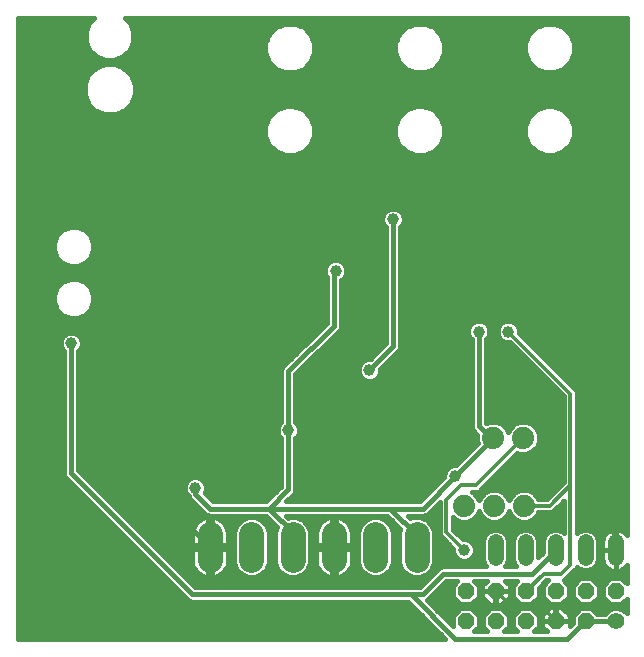
<source format=gbl>
G75*
%MOIN*%
%OFA0B0*%
%FSLAX24Y24*%
%IPPOS*%
%LPD*%
%AMOC8*
5,1,8,0,0,1.08239X$1,22.5*
%
%ADD10C,0.0740*%
%ADD11C,0.0520*%
%ADD12C,0.0560*%
%ADD13OC8,0.0560*%
%ADD14C,0.0840*%
%ADD15C,0.0396*%
%ADD16C,0.0120*%
%ADD17C,0.0160*%
D10*
X015559Y005463D03*
X016559Y005463D03*
X017559Y005463D03*
X017528Y007727D03*
X016528Y007727D03*
D11*
X016610Y004247D02*
X016610Y003727D01*
X017610Y003727D02*
X017610Y004247D01*
X018610Y004247D02*
X018610Y003727D01*
X019610Y003727D02*
X019610Y004247D01*
X020610Y004247D02*
X020610Y003727D01*
D12*
X020618Y001617D03*
D13*
X020618Y002617D03*
X019618Y002617D03*
X018618Y002617D03*
X017618Y002617D03*
X016618Y002617D03*
X015618Y002617D03*
X015618Y001617D03*
X016618Y001617D03*
X017618Y001617D03*
X018618Y001617D03*
X019618Y001617D03*
D14*
X013984Y003665D02*
X013984Y004505D01*
X012606Y004505D02*
X012606Y003665D01*
X011228Y003665D02*
X011228Y004505D01*
X009850Y004505D02*
X009850Y003665D01*
X008472Y003665D02*
X008472Y004505D01*
X007094Y004505D02*
X007094Y003665D01*
D15*
X006602Y006054D03*
X005815Y007432D03*
X006996Y009302D03*
X004929Y011369D03*
X004929Y013239D03*
X006356Y013239D03*
X007734Y013239D03*
X009112Y013239D03*
X010490Y013239D03*
X011278Y013288D03*
X010146Y011270D03*
X010638Y010089D03*
X012409Y009991D03*
X013787Y009892D03*
X013787Y008514D03*
X012508Y008514D03*
X015264Y006447D03*
X015559Y003987D03*
X019496Y006940D03*
X020382Y005955D03*
X020382Y008416D03*
X017035Y011270D03*
X016051Y011270D03*
X014575Y011664D03*
X013197Y015010D03*
X011524Y018357D03*
X011425Y021310D03*
X015756Y021310D03*
X015854Y018357D03*
X020185Y018357D03*
X018807Y013239D03*
X009703Y007973D03*
X003551Y007038D03*
X001484Y007038D03*
X002469Y010877D03*
X001386Y013239D03*
X006602Y015207D03*
X006602Y018357D03*
X006898Y020621D03*
D16*
X006356Y013239D02*
X004929Y013239D01*
X006356Y013239D02*
X007734Y013239D01*
X009112Y013239D01*
X010490Y013239D01*
X017035Y011270D02*
X019102Y009203D01*
X019102Y006152D01*
X018413Y005463D01*
X017559Y005463D01*
X019102Y006152D02*
X019102Y003495D01*
X018807Y003199D01*
X018217Y003199D01*
X017634Y002617D01*
X017618Y002617D01*
X017134Y002117D02*
X016634Y002617D01*
X016618Y002617D01*
X017134Y002117D02*
X018118Y002117D01*
X018618Y001617D01*
X015559Y003987D02*
X014969Y004577D01*
X014969Y005660D01*
X015461Y006152D01*
X015953Y006152D01*
X017528Y007727D01*
D17*
X000685Y001022D02*
X000685Y021715D01*
X003226Y021715D01*
X003074Y021563D01*
X002953Y021271D01*
X002953Y020955D01*
X003074Y020662D01*
X003298Y020439D01*
X003590Y020318D01*
X003906Y020318D01*
X004198Y020439D01*
X004422Y020662D01*
X004543Y020955D01*
X004543Y021271D01*
X004422Y021563D01*
X004270Y021715D01*
X020985Y021715D01*
X020985Y004480D01*
X020946Y004533D01*
X020897Y004582D01*
X020841Y004623D01*
X020779Y004655D01*
X020713Y004676D01*
X020645Y004687D01*
X020610Y004687D01*
X020576Y004687D01*
X020507Y004676D01*
X020441Y004655D01*
X020380Y004623D01*
X020324Y004582D01*
X020275Y004533D01*
X020234Y004477D01*
X020202Y004416D01*
X020181Y004350D01*
X020170Y004281D01*
X020170Y003987D01*
X020610Y003987D01*
X020610Y004687D01*
X020610Y003987D01*
X020610Y003987D01*
X020610Y003987D01*
X020170Y003987D01*
X020170Y003692D01*
X020181Y003624D01*
X020202Y003558D01*
X020234Y003496D01*
X020275Y003440D01*
X020324Y003391D01*
X020380Y003350D01*
X020441Y003319D01*
X020507Y003298D01*
X020576Y003287D01*
X020610Y003287D01*
X020610Y003987D01*
X020628Y004004D01*
X020628Y004479D01*
X019496Y005611D01*
X019496Y006940D01*
X019322Y006882D02*
X020985Y006882D01*
X020985Y007040D02*
X019322Y007040D01*
X019322Y007199D02*
X020985Y007199D01*
X020985Y007357D02*
X019322Y007357D01*
X019322Y007516D02*
X020985Y007516D01*
X020985Y007674D02*
X019322Y007674D01*
X019322Y007833D02*
X020985Y007833D01*
X020985Y007991D02*
X019322Y007991D01*
X019322Y008150D02*
X020985Y008150D01*
X020985Y008308D02*
X019322Y008308D01*
X019322Y008467D02*
X020985Y008467D01*
X020985Y008625D02*
X019322Y008625D01*
X019322Y008784D02*
X020985Y008784D01*
X020985Y008942D02*
X019322Y008942D01*
X019322Y009101D02*
X020985Y009101D01*
X020985Y009259D02*
X019322Y009259D01*
X019322Y009294D02*
X019193Y009423D01*
X017394Y011223D01*
X017394Y011341D01*
X017339Y011473D01*
X017238Y011574D01*
X017107Y011628D01*
X016964Y011628D01*
X016833Y011574D01*
X016732Y011473D01*
X016677Y011341D01*
X016677Y011199D01*
X016732Y011067D01*
X016833Y010967D01*
X016964Y010912D01*
X017082Y010912D01*
X018882Y009112D01*
X018882Y006243D01*
X018322Y005683D01*
X018042Y005683D01*
X018008Y005763D01*
X017859Y005912D01*
X017664Y005993D01*
X017454Y005993D01*
X017259Y005912D01*
X017110Y005763D01*
X017059Y005641D01*
X017008Y005763D01*
X016859Y005912D01*
X016664Y005993D01*
X016454Y005993D01*
X016259Y005912D01*
X016110Y005763D01*
X016059Y005641D01*
X016008Y005763D01*
X015859Y005912D01*
X015812Y005932D01*
X016044Y005932D01*
X016173Y006061D01*
X017342Y007230D01*
X017422Y007197D01*
X017633Y007197D01*
X017828Y007278D01*
X017977Y007427D01*
X018058Y007621D01*
X018058Y007832D01*
X017977Y008027D01*
X017828Y008176D01*
X017633Y008257D01*
X017422Y008257D01*
X017227Y008176D01*
X017078Y008027D01*
X017028Y007905D01*
X016977Y008027D01*
X016828Y008176D01*
X016633Y008257D01*
X016422Y008257D01*
X016303Y008208D01*
X016291Y008220D01*
X016291Y011004D01*
X016355Y011067D01*
X016409Y011199D01*
X016409Y011341D01*
X016355Y011473D01*
X016254Y011574D01*
X016122Y011628D01*
X015980Y011628D01*
X015848Y011574D01*
X015748Y011473D01*
X015693Y011341D01*
X015693Y011199D01*
X015748Y011067D01*
X015811Y011004D01*
X015811Y008073D01*
X015848Y007985D01*
X015998Y007834D01*
X015998Y007832D01*
X015998Y007621D01*
X016027Y007550D01*
X015282Y006805D01*
X015193Y006805D01*
X015061Y006751D01*
X014960Y006650D01*
X014906Y006519D01*
X014906Y006429D01*
X014082Y005605D01*
X009642Y005605D01*
X009839Y005801D01*
X009906Y005869D01*
X009943Y005957D01*
X009943Y007707D01*
X010006Y007770D01*
X010061Y007902D01*
X010061Y008044D01*
X010006Y008176D01*
X009943Y008239D01*
X009943Y009842D01*
X011432Y011331D01*
X011468Y011419D01*
X011468Y012979D01*
X011480Y012984D01*
X011581Y013085D01*
X011636Y013217D01*
X011636Y013359D01*
X011581Y013491D01*
X011480Y013592D01*
X011349Y013646D01*
X011206Y013646D01*
X011075Y013592D01*
X010974Y013491D01*
X010919Y013359D01*
X010919Y013217D01*
X010974Y013085D01*
X010988Y013071D01*
X010988Y011566D01*
X009567Y010145D01*
X009499Y010077D01*
X009463Y009989D01*
X009463Y008239D01*
X009399Y008176D01*
X009345Y008044D01*
X009345Y007902D01*
X009399Y007770D01*
X009463Y007707D01*
X009463Y006104D01*
X008964Y005605D01*
X007194Y005605D01*
X006918Y005880D01*
X006960Y005982D01*
X006960Y006125D01*
X006906Y006257D01*
X006805Y006357D01*
X006674Y006412D01*
X006531Y006412D01*
X006400Y006357D01*
X006299Y006257D01*
X006244Y006125D01*
X006244Y005982D01*
X006299Y005851D01*
X006378Y005772D01*
X006399Y005721D01*
X006891Y005229D01*
X006959Y005161D01*
X007047Y005125D01*
X008964Y005125D01*
X009328Y004760D01*
X009270Y004621D01*
X009270Y003550D01*
X009359Y003337D01*
X009522Y003173D01*
X009735Y003085D01*
X009966Y003085D01*
X010179Y003173D01*
X010342Y003337D01*
X010430Y003550D01*
X010430Y004621D01*
X010342Y004834D01*
X010179Y004997D01*
X009966Y005085D01*
X009735Y005085D01*
X009697Y005070D01*
X009642Y005125D01*
X012999Y005125D01*
X013433Y004690D01*
X013404Y004621D01*
X013404Y003550D01*
X013493Y003337D01*
X013656Y003173D01*
X013869Y003085D01*
X014100Y003085D01*
X014313Y003173D01*
X014476Y003337D01*
X014564Y003550D01*
X014564Y004621D01*
X014476Y004834D01*
X014313Y004997D01*
X014100Y005085D01*
X013869Y005085D01*
X013762Y005041D01*
X013678Y005125D01*
X014229Y005125D01*
X014317Y005161D01*
X014749Y005593D01*
X014749Y004486D01*
X015201Y004034D01*
X015201Y003916D01*
X015255Y003784D01*
X015356Y003683D01*
X015488Y003629D01*
X015630Y003629D01*
X015762Y003683D01*
X015863Y003784D01*
X015917Y003916D01*
X015917Y004058D01*
X015863Y004190D01*
X015762Y004290D01*
X015630Y004345D01*
X015512Y004345D01*
X015189Y004668D01*
X015189Y005084D01*
X015259Y005014D01*
X015454Y004933D01*
X015664Y004933D01*
X015859Y005014D01*
X016008Y005163D01*
X016059Y005285D01*
X016110Y005163D01*
X016259Y005014D01*
X016454Y004933D01*
X016664Y004933D01*
X016859Y005014D01*
X017008Y005163D01*
X017059Y005285D01*
X017110Y005163D01*
X017259Y005014D01*
X017454Y004933D01*
X017664Y004933D01*
X017859Y005014D01*
X018008Y005163D01*
X018042Y005243D01*
X018505Y005243D01*
X018882Y005621D01*
X018882Y004569D01*
X018848Y004603D01*
X018694Y004667D01*
X018527Y004667D01*
X018372Y004603D01*
X018254Y004485D01*
X018190Y004330D01*
X018190Y003906D01*
X018030Y003746D01*
X018030Y004330D01*
X017966Y004485D01*
X017848Y004603D01*
X017694Y004667D01*
X017527Y004667D01*
X017372Y004603D01*
X017254Y004485D01*
X017190Y004330D01*
X017190Y003643D01*
X017254Y003489D01*
X017304Y003439D01*
X016917Y003439D01*
X016966Y003489D01*
X017030Y003643D01*
X017030Y004330D01*
X016966Y004485D01*
X016848Y004603D01*
X016694Y004667D01*
X016527Y004667D01*
X016372Y004603D01*
X016254Y004485D01*
X016190Y004330D01*
X016190Y003643D01*
X016254Y003489D01*
X016304Y003439D01*
X014822Y003439D01*
X014734Y003403D01*
X014667Y003335D01*
X014082Y002750D01*
X006603Y002750D01*
X002709Y006645D01*
X002709Y010610D01*
X002772Y010674D01*
X002827Y010805D01*
X002827Y010948D01*
X002772Y011079D01*
X002671Y011180D01*
X002540Y011235D01*
X002397Y011235D01*
X002266Y011180D01*
X002165Y011079D01*
X002110Y010948D01*
X002110Y010805D01*
X002165Y010674D01*
X002229Y010610D01*
X002229Y006498D01*
X002265Y006410D01*
X002333Y006342D01*
X006368Y002307D01*
X006456Y002270D01*
X013688Y002270D01*
X014936Y001022D01*
X000685Y001022D01*
X000685Y001176D02*
X014782Y001176D01*
X014624Y001334D02*
X000685Y001334D01*
X000685Y001493D02*
X014465Y001493D01*
X014307Y001651D02*
X000685Y001651D01*
X000685Y001810D02*
X014148Y001810D01*
X013990Y001968D02*
X000685Y001968D01*
X000685Y002127D02*
X013831Y002127D01*
X013787Y002510D02*
X015264Y001034D01*
X019004Y001034D01*
X019587Y001617D01*
X019618Y001617D01*
X020618Y001617D01*
X020348Y001968D02*
X019889Y001968D01*
X019800Y002057D02*
X019436Y002057D01*
X019178Y001799D01*
X019178Y001548D01*
X019078Y001448D01*
X019078Y001607D01*
X018628Y001607D01*
X018628Y001627D01*
X018608Y001627D01*
X018608Y002077D01*
X018428Y002077D01*
X018158Y001807D01*
X018158Y001627D01*
X018608Y001627D01*
X018608Y001607D01*
X018158Y001607D01*
X018158Y001426D01*
X018310Y001274D01*
X017898Y001274D01*
X018058Y001434D01*
X018058Y001799D01*
X017800Y002057D01*
X017436Y002057D01*
X017178Y001799D01*
X017178Y001434D01*
X017339Y001274D01*
X016898Y001274D01*
X017058Y001434D01*
X017058Y001799D01*
X016800Y002057D01*
X016436Y002057D01*
X016178Y001799D01*
X016178Y001434D01*
X016339Y001274D01*
X015898Y001274D01*
X016058Y001434D01*
X016058Y001799D01*
X015800Y002057D01*
X015436Y002057D01*
X015178Y001799D01*
X015178Y001459D01*
X014324Y002314D01*
X014385Y002374D01*
X014969Y002959D01*
X015339Y002959D01*
X015178Y002799D01*
X015178Y002434D01*
X015436Y002177D01*
X015800Y002177D01*
X016058Y002434D01*
X016058Y002799D01*
X015898Y002959D01*
X016310Y002959D01*
X016158Y002807D01*
X016158Y002627D01*
X016608Y002627D01*
X016608Y002607D01*
X016158Y002607D01*
X016158Y002426D01*
X016428Y002157D01*
X016608Y002157D01*
X016608Y002607D01*
X016628Y002607D01*
X016628Y002627D01*
X017078Y002627D01*
X017078Y002807D01*
X016926Y002959D01*
X017339Y002959D01*
X017178Y002799D01*
X017178Y002434D01*
X017436Y002177D01*
X017800Y002177D01*
X018058Y002434D01*
X018058Y002730D01*
X018308Y002979D01*
X018359Y002979D01*
X018178Y002799D01*
X018178Y002434D01*
X018436Y002177D01*
X018800Y002177D01*
X019058Y002434D01*
X019058Y002799D01*
X018878Y002979D01*
X018898Y002979D01*
X019193Y003275D01*
X019193Y003275D01*
X019322Y003403D01*
X019322Y003421D01*
X019372Y003371D01*
X019527Y003307D01*
X019694Y003307D01*
X019848Y003371D01*
X019966Y003489D01*
X020030Y003643D01*
X020030Y004330D01*
X019966Y004485D01*
X019848Y004603D01*
X019694Y004667D01*
X019527Y004667D01*
X019372Y004603D01*
X019322Y004553D01*
X019322Y009294D01*
X019199Y009418D02*
X020985Y009418D01*
X020985Y009576D02*
X019040Y009576D01*
X018882Y009735D02*
X020985Y009735D01*
X020985Y009893D02*
X018723Y009893D01*
X018565Y010052D02*
X020985Y010052D01*
X020985Y010210D02*
X018406Y010210D01*
X018248Y010369D02*
X020985Y010369D01*
X020985Y010527D02*
X018089Y010527D01*
X017931Y010686D02*
X020985Y010686D01*
X020985Y010844D02*
X017772Y010844D01*
X017614Y011003D02*
X020985Y011003D01*
X020985Y011161D02*
X017455Y011161D01*
X017394Y011320D02*
X020985Y011320D01*
X020985Y011478D02*
X017334Y011478D01*
X016737Y011478D02*
X016349Y011478D01*
X016409Y011320D02*
X016677Y011320D01*
X016693Y011161D02*
X016394Y011161D01*
X016291Y011003D02*
X016796Y011003D01*
X017150Y010844D02*
X016291Y010844D01*
X016291Y010686D02*
X017309Y010686D01*
X017467Y010527D02*
X016291Y010527D01*
X016291Y010369D02*
X017626Y010369D01*
X017784Y010210D02*
X016291Y010210D01*
X016291Y010052D02*
X017943Y010052D01*
X018101Y009893D02*
X016291Y009893D01*
X016291Y009735D02*
X018260Y009735D01*
X018418Y009576D02*
X016291Y009576D01*
X016291Y009418D02*
X018577Y009418D01*
X018735Y009259D02*
X016291Y009259D01*
X016291Y009101D02*
X018882Y009101D01*
X018882Y008942D02*
X016291Y008942D01*
X016291Y008784D02*
X018882Y008784D01*
X018882Y008625D02*
X016291Y008625D01*
X016291Y008467D02*
X018882Y008467D01*
X018882Y008308D02*
X016291Y008308D01*
X016051Y008121D02*
X016445Y007727D01*
X016528Y007727D01*
X016528Y007711D01*
X015264Y006447D01*
X014181Y005365D01*
X013098Y005365D01*
X013984Y004479D01*
X013984Y004085D01*
X013404Y004029D02*
X013186Y004029D01*
X013186Y004187D02*
X013404Y004187D01*
X013404Y004346D02*
X013186Y004346D01*
X013186Y004504D02*
X013404Y004504D01*
X013422Y004663D02*
X013169Y004663D01*
X013186Y004621D02*
X013098Y004834D01*
X012935Y004997D01*
X012722Y005085D01*
X012491Y005085D01*
X012278Y004997D01*
X012115Y004834D01*
X012026Y004621D01*
X012026Y003550D01*
X012115Y003337D01*
X012278Y003173D01*
X012491Y003085D01*
X012722Y003085D01*
X012935Y003173D01*
X013098Y003337D01*
X013186Y003550D01*
X013186Y004621D01*
X013103Y004821D02*
X013302Y004821D01*
X013144Y004980D02*
X012952Y004980D01*
X013098Y005365D02*
X009063Y005365D01*
X009703Y006004D01*
X009703Y007973D01*
X009703Y009941D01*
X011228Y011467D01*
X011228Y013239D01*
X011278Y013288D01*
X011533Y013539D02*
X012957Y013539D01*
X012957Y013697D02*
X003069Y013697D01*
X003104Y013733D02*
X003204Y013974D01*
X003204Y014236D01*
X003104Y014477D01*
X002919Y014662D01*
X002678Y014762D01*
X002417Y014762D01*
X002175Y014662D01*
X001990Y014477D01*
X001890Y014236D01*
X001890Y013974D01*
X001990Y013733D01*
X002175Y013548D01*
X002417Y013448D01*
X002678Y013448D01*
X002919Y013548D01*
X003104Y013733D01*
X003155Y013856D02*
X012957Y013856D01*
X012957Y014014D02*
X003204Y014014D01*
X003204Y014173D02*
X012957Y014173D01*
X012957Y014331D02*
X003165Y014331D01*
X003092Y014490D02*
X012957Y014490D01*
X012957Y014648D02*
X002933Y014648D01*
X002161Y014648D02*
X000685Y014648D01*
X000685Y014490D02*
X002003Y014490D01*
X001930Y014331D02*
X000685Y014331D01*
X000685Y014173D02*
X001890Y014173D01*
X001890Y014014D02*
X000685Y014014D01*
X000685Y013856D02*
X001939Y013856D01*
X002025Y013697D02*
X000685Y013697D01*
X000685Y013539D02*
X002196Y013539D01*
X002417Y013030D02*
X002175Y012930D01*
X001990Y012745D01*
X001890Y012503D01*
X001890Y012242D01*
X001990Y012000D01*
X002175Y011815D01*
X002417Y011715D01*
X002678Y011715D01*
X002919Y011815D01*
X003104Y012000D01*
X003204Y012242D01*
X003204Y012503D01*
X003104Y012745D01*
X002919Y012930D01*
X002678Y013030D01*
X002417Y013030D01*
X002150Y012905D02*
X000685Y012905D01*
X000685Y013063D02*
X010988Y013063D01*
X010988Y012905D02*
X002944Y012905D01*
X003103Y012746D02*
X010988Y012746D01*
X010988Y012588D02*
X003169Y012588D01*
X003204Y012429D02*
X010988Y012429D01*
X010988Y012271D02*
X003204Y012271D01*
X003151Y012112D02*
X010988Y012112D01*
X010988Y011954D02*
X003058Y011954D01*
X002871Y011795D02*
X010988Y011795D01*
X010988Y011637D02*
X000685Y011637D01*
X000685Y011795D02*
X002223Y011795D01*
X002037Y011954D02*
X000685Y011954D01*
X000685Y012112D02*
X001944Y012112D01*
X001890Y012271D02*
X000685Y012271D01*
X000685Y012429D02*
X001890Y012429D01*
X001925Y012588D02*
X000685Y012588D01*
X000685Y012746D02*
X001992Y012746D01*
X002898Y013539D02*
X011022Y013539D01*
X010928Y013380D02*
X000685Y013380D01*
X000685Y013222D02*
X010919Y013222D01*
X011468Y012905D02*
X012957Y012905D01*
X012957Y013063D02*
X011559Y013063D01*
X011636Y013222D02*
X012957Y013222D01*
X012957Y013380D02*
X011627Y013380D01*
X011468Y012746D02*
X012957Y012746D01*
X012957Y012588D02*
X011468Y012588D01*
X011468Y012429D02*
X012957Y012429D01*
X012957Y012271D02*
X011468Y012271D01*
X011468Y012112D02*
X012957Y012112D01*
X012957Y011954D02*
X011468Y011954D01*
X011468Y011795D02*
X012957Y011795D01*
X012957Y011637D02*
X011468Y011637D01*
X011468Y011478D02*
X012957Y011478D01*
X012957Y011320D02*
X011421Y011320D01*
X011262Y011161D02*
X012957Y011161D01*
X012957Y011003D02*
X011104Y011003D01*
X010945Y010844D02*
X012924Y010844D01*
X012957Y010877D02*
X012428Y010349D01*
X012338Y010349D01*
X012207Y010294D01*
X012106Y010194D01*
X012051Y010062D01*
X012051Y009919D01*
X012106Y009788D01*
X012207Y009687D01*
X012338Y009633D01*
X012481Y009633D01*
X012612Y009687D01*
X012713Y009788D01*
X012768Y009919D01*
X012768Y010009D01*
X013333Y010575D01*
X013400Y010642D01*
X013437Y010730D01*
X013437Y014744D01*
X013500Y014808D01*
X013555Y014939D01*
X013555Y015082D01*
X013500Y015213D01*
X013400Y015314D01*
X013268Y015368D01*
X013126Y015368D01*
X012994Y015314D01*
X012893Y015213D01*
X012839Y015082D01*
X012839Y014939D01*
X012893Y014808D01*
X012957Y014744D01*
X012957Y010877D01*
X013197Y010778D02*
X013197Y015010D01*
X013537Y015124D02*
X020985Y015124D01*
X020985Y015282D02*
X013431Y015282D01*
X013555Y014965D02*
X020985Y014965D01*
X020985Y014807D02*
X013500Y014807D01*
X013437Y014648D02*
X020985Y014648D01*
X020985Y014490D02*
X013437Y014490D01*
X013437Y014331D02*
X020985Y014331D01*
X020985Y014173D02*
X013437Y014173D01*
X013437Y014014D02*
X020985Y014014D01*
X020985Y013856D02*
X013437Y013856D01*
X013437Y013697D02*
X020985Y013697D01*
X020985Y013539D02*
X013437Y013539D01*
X013437Y013380D02*
X020985Y013380D01*
X020985Y013222D02*
X013437Y013222D01*
X013437Y013063D02*
X020985Y013063D01*
X020985Y012905D02*
X013437Y012905D01*
X013437Y012746D02*
X020985Y012746D01*
X020985Y012588D02*
X013437Y012588D01*
X013437Y012429D02*
X020985Y012429D01*
X020985Y012271D02*
X013437Y012271D01*
X013437Y012112D02*
X020985Y012112D01*
X020985Y011954D02*
X013437Y011954D01*
X013437Y011795D02*
X020985Y011795D01*
X020985Y011637D02*
X013437Y011637D01*
X013437Y011478D02*
X015753Y011478D01*
X015693Y011320D02*
X013437Y011320D01*
X013437Y011161D02*
X015709Y011161D01*
X015811Y011003D02*
X013437Y011003D01*
X013437Y010844D02*
X015811Y010844D01*
X015811Y010686D02*
X013418Y010686D01*
X013286Y010527D02*
X015811Y010527D01*
X015811Y010369D02*
X013127Y010369D01*
X012969Y010210D02*
X015811Y010210D01*
X015811Y010052D02*
X012810Y010052D01*
X012757Y009893D02*
X015811Y009893D01*
X015811Y009735D02*
X012660Y009735D01*
X012409Y009991D02*
X013197Y010778D01*
X012765Y010686D02*
X010787Y010686D01*
X010628Y010527D02*
X012607Y010527D01*
X012448Y010369D02*
X010470Y010369D01*
X010311Y010210D02*
X012123Y010210D01*
X012051Y010052D02*
X010153Y010052D01*
X009994Y009893D02*
X012062Y009893D01*
X012159Y009735D02*
X009943Y009735D01*
X009943Y009576D02*
X015811Y009576D01*
X015811Y009418D02*
X009943Y009418D01*
X009943Y009259D02*
X015811Y009259D01*
X015811Y009101D02*
X009943Y009101D01*
X009943Y008942D02*
X015811Y008942D01*
X015811Y008784D02*
X009943Y008784D01*
X009943Y008625D02*
X015811Y008625D01*
X015811Y008467D02*
X009943Y008467D01*
X009943Y008308D02*
X015811Y008308D01*
X015811Y008150D02*
X010017Y008150D01*
X010061Y007991D02*
X015845Y007991D01*
X015998Y007833D02*
X010032Y007833D01*
X009943Y007674D02*
X015998Y007674D01*
X015993Y007516D02*
X009943Y007516D01*
X009943Y007357D02*
X015834Y007357D01*
X015676Y007199D02*
X009943Y007199D01*
X009943Y007040D02*
X015517Y007040D01*
X015359Y006882D02*
X009943Y006882D01*
X009943Y006723D02*
X015033Y006723D01*
X014925Y006565D02*
X009943Y006565D01*
X009943Y006406D02*
X014883Y006406D01*
X014725Y006248D02*
X009943Y006248D01*
X009943Y006089D02*
X014566Y006089D01*
X014408Y005931D02*
X009932Y005931D01*
X009810Y005772D02*
X014249Y005772D01*
X014091Y005614D02*
X009652Y005614D01*
X009290Y005931D02*
X006939Y005931D01*
X006960Y006089D02*
X009448Y006089D01*
X009463Y006248D02*
X006910Y006248D01*
X006687Y006406D02*
X009463Y006406D01*
X009463Y006565D02*
X002789Y006565D01*
X002709Y006723D02*
X009463Y006723D01*
X009463Y006882D02*
X002709Y006882D01*
X002709Y007040D02*
X009463Y007040D01*
X009463Y007199D02*
X002709Y007199D01*
X002709Y007357D02*
X009463Y007357D01*
X009463Y007516D02*
X002709Y007516D01*
X002709Y007674D02*
X009463Y007674D01*
X009373Y007833D02*
X002709Y007833D01*
X002709Y007991D02*
X009345Y007991D01*
X009388Y008150D02*
X002709Y008150D01*
X002709Y008308D02*
X009463Y008308D01*
X009463Y008467D02*
X002709Y008467D01*
X002709Y008625D02*
X009463Y008625D01*
X009463Y008784D02*
X002709Y008784D01*
X002709Y008942D02*
X009463Y008942D01*
X009463Y009101D02*
X002709Y009101D01*
X002709Y009259D02*
X009463Y009259D01*
X009463Y009418D02*
X002709Y009418D01*
X002709Y009576D02*
X009463Y009576D01*
X009463Y009735D02*
X002709Y009735D01*
X002709Y009893D02*
X009463Y009893D01*
X009489Y010052D02*
X002709Y010052D01*
X002709Y010210D02*
X009632Y010210D01*
X009791Y010369D02*
X002709Y010369D01*
X002709Y010527D02*
X009949Y010527D01*
X010108Y010686D02*
X002777Y010686D01*
X002827Y010844D02*
X010266Y010844D01*
X010425Y011003D02*
X002804Y011003D01*
X002690Y011161D02*
X010583Y011161D01*
X010742Y011320D02*
X000685Y011320D01*
X000685Y011478D02*
X010900Y011478D01*
X012894Y014807D02*
X000685Y014807D01*
X000685Y014965D02*
X012839Y014965D01*
X012856Y015124D02*
X000685Y015124D01*
X000685Y015282D02*
X012962Y015282D01*
X013621Y017272D02*
X013921Y017148D01*
X014245Y017148D01*
X014544Y017272D01*
X014773Y017502D01*
X014897Y017801D01*
X014897Y018125D01*
X014773Y018425D01*
X014544Y018654D01*
X014245Y018778D01*
X013921Y018778D01*
X013621Y018654D01*
X013392Y018425D01*
X013268Y018125D01*
X013268Y017801D01*
X013392Y017502D01*
X013621Y017272D01*
X013551Y017343D02*
X010284Y017343D01*
X010213Y017272D02*
X010443Y017502D01*
X010567Y017801D01*
X010567Y018125D01*
X010443Y018425D01*
X010213Y018654D01*
X009914Y018778D01*
X009590Y018778D01*
X009291Y018654D01*
X009061Y018425D01*
X008937Y018125D01*
X008937Y017801D01*
X009061Y017502D01*
X009291Y017272D01*
X009590Y017148D01*
X009914Y017148D01*
X010213Y017272D01*
X010001Y017184D02*
X013834Y017184D01*
X014331Y017184D02*
X018165Y017184D01*
X018251Y017148D02*
X018575Y017148D01*
X018875Y017272D01*
X019104Y017502D01*
X019228Y017801D01*
X019228Y018125D01*
X019104Y018425D01*
X018875Y018654D01*
X018575Y018778D01*
X018251Y018778D01*
X017952Y018654D01*
X017723Y018425D01*
X017599Y018125D01*
X017599Y017801D01*
X017723Y017502D01*
X017952Y017272D01*
X018251Y017148D01*
X018662Y017184D02*
X020985Y017184D01*
X020985Y017026D02*
X000685Y017026D01*
X000685Y017184D02*
X009503Y017184D01*
X009220Y017343D02*
X000685Y017343D01*
X000685Y017501D02*
X009062Y017501D01*
X008996Y017660D02*
X000685Y017660D01*
X000685Y017818D02*
X008937Y017818D01*
X008937Y017977D02*
X000685Y017977D01*
X000685Y018135D02*
X008942Y018135D01*
X009007Y018294D02*
X000685Y018294D01*
X000685Y018452D02*
X009089Y018452D01*
X009248Y018611D02*
X004165Y018611D01*
X004221Y018634D02*
X004455Y018868D01*
X004582Y019175D01*
X004582Y019507D01*
X004455Y019814D01*
X004221Y020048D01*
X003914Y020175D01*
X003582Y020175D01*
X003275Y020048D01*
X003041Y019814D01*
X002914Y019507D01*
X002914Y019175D01*
X003041Y018868D01*
X003275Y018634D01*
X003582Y018507D01*
X003914Y018507D01*
X004221Y018634D01*
X004356Y018769D02*
X009570Y018769D01*
X009934Y018769D02*
X013900Y018769D01*
X013578Y018611D02*
X010256Y018611D01*
X010415Y018452D02*
X013420Y018452D01*
X013338Y018294D02*
X010497Y018294D01*
X010562Y018135D02*
X013272Y018135D01*
X013268Y017977D02*
X010567Y017977D01*
X010567Y017818D02*
X013268Y017818D01*
X013327Y017660D02*
X010508Y017660D01*
X010442Y017501D02*
X013392Y017501D01*
X014615Y017343D02*
X017882Y017343D01*
X017723Y017501D02*
X014773Y017501D01*
X014839Y017660D02*
X017657Y017660D01*
X017599Y017818D02*
X014897Y017818D01*
X014897Y017977D02*
X017599Y017977D01*
X017603Y018135D02*
X014893Y018135D01*
X014827Y018294D02*
X017669Y018294D01*
X017751Y018452D02*
X014745Y018452D01*
X014587Y018611D02*
X017909Y018611D01*
X018231Y018769D02*
X014265Y018769D01*
X014245Y019904D02*
X013921Y019904D01*
X013621Y020028D01*
X013392Y020258D01*
X013268Y020557D01*
X013268Y020881D01*
X013392Y021180D01*
X013621Y021410D01*
X013921Y021534D01*
X014245Y021534D01*
X014544Y021410D01*
X014773Y021180D01*
X014897Y020881D01*
X014897Y020557D01*
X014773Y020258D01*
X014544Y020028D01*
X014245Y019904D01*
X014553Y020037D02*
X017943Y020037D01*
X017952Y020028D02*
X018251Y019904D01*
X018575Y019904D01*
X018875Y020028D01*
X019104Y020258D01*
X019228Y020557D01*
X019228Y020881D01*
X019104Y021180D01*
X018875Y021410D01*
X018575Y021534D01*
X018251Y021534D01*
X017952Y021410D01*
X017723Y021180D01*
X017599Y020881D01*
X017599Y020557D01*
X017723Y020258D01*
X017952Y020028D01*
X017784Y020196D02*
X014712Y020196D01*
X014813Y020354D02*
X017683Y020354D01*
X017617Y020513D02*
X014879Y020513D01*
X014897Y020671D02*
X017599Y020671D01*
X017599Y020830D02*
X014897Y020830D01*
X014853Y020988D02*
X017643Y020988D01*
X017709Y021147D02*
X014787Y021147D01*
X014648Y021305D02*
X017848Y021305D01*
X018083Y021464D02*
X014413Y021464D01*
X013752Y021464D02*
X010082Y021464D01*
X010213Y021410D02*
X009914Y021534D01*
X009590Y021534D01*
X009291Y021410D01*
X009061Y021180D01*
X008937Y020881D01*
X008937Y020557D01*
X009061Y020258D01*
X009291Y020028D01*
X009590Y019904D01*
X009914Y019904D01*
X010213Y020028D01*
X010443Y020258D01*
X010567Y020557D01*
X010567Y020881D01*
X010443Y021180D01*
X010213Y021410D01*
X010318Y021305D02*
X013517Y021305D01*
X013378Y021147D02*
X010457Y021147D01*
X010522Y020988D02*
X013312Y020988D01*
X013268Y020830D02*
X010567Y020830D01*
X010567Y020671D02*
X013268Y020671D01*
X013286Y020513D02*
X010548Y020513D01*
X010483Y020354D02*
X013352Y020354D01*
X013454Y020196D02*
X010381Y020196D01*
X010222Y020037D02*
X013612Y020037D01*
X009421Y021464D02*
X004463Y021464D01*
X004529Y021305D02*
X009186Y021305D01*
X009047Y021147D02*
X004543Y021147D01*
X004543Y020988D02*
X008982Y020988D01*
X008937Y020830D02*
X004491Y020830D01*
X004426Y020671D02*
X008937Y020671D01*
X008956Y020513D02*
X004272Y020513D01*
X003995Y020354D02*
X009021Y020354D01*
X009123Y020196D02*
X000685Y020196D01*
X000685Y020354D02*
X003501Y020354D01*
X003224Y020513D02*
X000685Y020513D01*
X000685Y020671D02*
X003070Y020671D01*
X003005Y020830D02*
X000685Y020830D01*
X000685Y020988D02*
X002953Y020988D01*
X002953Y021147D02*
X000685Y021147D01*
X000685Y021305D02*
X002967Y021305D01*
X003033Y021464D02*
X000685Y021464D01*
X000685Y021622D02*
X003133Y021622D01*
X004363Y021622D02*
X020985Y021622D01*
X020985Y021464D02*
X018744Y021464D01*
X018979Y021305D02*
X020985Y021305D01*
X020985Y021147D02*
X019118Y021147D01*
X019184Y020988D02*
X020985Y020988D01*
X020985Y020830D02*
X019228Y020830D01*
X019228Y020671D02*
X020985Y020671D01*
X020985Y020513D02*
X019210Y020513D01*
X019144Y020354D02*
X020985Y020354D01*
X020985Y020196D02*
X019042Y020196D01*
X018884Y020037D02*
X020985Y020037D01*
X020985Y019879D02*
X004390Y019879D01*
X004494Y019720D02*
X020985Y019720D01*
X020985Y019562D02*
X004560Y019562D01*
X004582Y019403D02*
X020985Y019403D01*
X020985Y019245D02*
X004582Y019245D01*
X004546Y019086D02*
X020985Y019086D01*
X020985Y018928D02*
X004480Y018928D01*
X004232Y020037D02*
X009282Y020037D01*
X003331Y018611D02*
X000685Y018611D01*
X000685Y018769D02*
X003140Y018769D01*
X003016Y018928D02*
X000685Y018928D01*
X000685Y019086D02*
X002950Y019086D01*
X002914Y019245D02*
X000685Y019245D01*
X000685Y019403D02*
X002914Y019403D01*
X002936Y019562D02*
X000685Y019562D01*
X000685Y019720D02*
X003002Y019720D01*
X003106Y019879D02*
X000685Y019879D01*
X000685Y020037D02*
X003264Y020037D01*
X000685Y016867D02*
X020985Y016867D01*
X020985Y016709D02*
X000685Y016709D01*
X000685Y016550D02*
X020985Y016550D01*
X020985Y016392D02*
X000685Y016392D01*
X000685Y016233D02*
X020985Y016233D01*
X020985Y016075D02*
X000685Y016075D01*
X000685Y015916D02*
X020985Y015916D01*
X020985Y015758D02*
X000685Y015758D01*
X000685Y015599D02*
X020985Y015599D01*
X020985Y015441D02*
X000685Y015441D01*
X000685Y011161D02*
X002247Y011161D01*
X002133Y011003D02*
X000685Y011003D01*
X000685Y010844D02*
X002110Y010844D01*
X002160Y010686D02*
X000685Y010686D01*
X000685Y010527D02*
X002229Y010527D01*
X002229Y010369D02*
X000685Y010369D01*
X000685Y010210D02*
X002229Y010210D01*
X002229Y010052D02*
X000685Y010052D01*
X000685Y009893D02*
X002229Y009893D01*
X002229Y009735D02*
X000685Y009735D01*
X000685Y009576D02*
X002229Y009576D01*
X002229Y009418D02*
X000685Y009418D01*
X000685Y009259D02*
X002229Y009259D01*
X002229Y009101D02*
X000685Y009101D01*
X000685Y008942D02*
X002229Y008942D01*
X002229Y008784D02*
X000685Y008784D01*
X000685Y008625D02*
X002229Y008625D01*
X002229Y008467D02*
X000685Y008467D01*
X000685Y008308D02*
X002229Y008308D01*
X002229Y008150D02*
X000685Y008150D01*
X000685Y007991D02*
X002229Y007991D01*
X002229Y007833D02*
X000685Y007833D01*
X000685Y007674D02*
X002229Y007674D01*
X002229Y007516D02*
X000685Y007516D01*
X000685Y007357D02*
X002229Y007357D01*
X002229Y007199D02*
X000685Y007199D01*
X000685Y007040D02*
X002229Y007040D01*
X002229Y006882D02*
X000685Y006882D01*
X000685Y006723D02*
X002229Y006723D01*
X002229Y006565D02*
X000685Y006565D01*
X000685Y006406D02*
X002269Y006406D01*
X002427Y006248D02*
X000685Y006248D01*
X000685Y006089D02*
X002586Y006089D01*
X002744Y005931D02*
X000685Y005931D01*
X000685Y005772D02*
X002903Y005772D01*
X003061Y005614D02*
X000685Y005614D01*
X000685Y005455D02*
X003220Y005455D01*
X003378Y005297D02*
X000685Y005297D01*
X000685Y005138D02*
X003537Y005138D01*
X003695Y004980D02*
X000685Y004980D01*
X000685Y004821D02*
X003854Y004821D01*
X004012Y004663D02*
X000685Y004663D01*
X000685Y004504D02*
X004171Y004504D01*
X004329Y004346D02*
X000685Y004346D01*
X000685Y004187D02*
X004488Y004187D01*
X004646Y004029D02*
X000685Y004029D01*
X000685Y003870D02*
X004805Y003870D01*
X004963Y003712D02*
X000685Y003712D01*
X000685Y003553D02*
X005122Y003553D01*
X005280Y003395D02*
X000685Y003395D01*
X000685Y003236D02*
X005439Y003236D01*
X005597Y003078D02*
X000685Y003078D01*
X000685Y002919D02*
X005756Y002919D01*
X005914Y002761D02*
X000685Y002761D01*
X000685Y002602D02*
X006073Y002602D01*
X006231Y002444D02*
X000685Y002444D01*
X000685Y002285D02*
X006420Y002285D01*
X006504Y002510D02*
X002469Y006546D01*
X002469Y010877D01*
X004929Y013239D02*
X004929Y006251D01*
X007094Y004085D01*
X007034Y004029D02*
X005325Y004029D01*
X005483Y003870D02*
X006494Y003870D01*
X006494Y004025D02*
X006494Y003618D01*
X006509Y003525D01*
X006538Y003435D01*
X006581Y003351D01*
X006637Y003274D01*
X006704Y003208D01*
X006780Y003152D01*
X006864Y003109D01*
X006954Y003080D01*
X007034Y003067D01*
X007034Y004025D01*
X006494Y004025D01*
X006494Y004145D02*
X007034Y004145D01*
X007034Y004025D01*
X007154Y004025D01*
X007154Y003067D01*
X007235Y003080D01*
X007325Y003109D01*
X007409Y003152D01*
X007485Y003208D01*
X007552Y003274D01*
X007608Y003351D01*
X007651Y003435D01*
X007680Y003525D01*
X007694Y003618D01*
X007694Y004025D01*
X007154Y004025D01*
X007154Y004145D01*
X007034Y004145D01*
X007034Y005103D01*
X006954Y005090D01*
X006864Y005061D01*
X006780Y005018D01*
X006704Y004963D01*
X006637Y004896D01*
X006581Y004820D01*
X006538Y004735D01*
X006509Y004646D01*
X006494Y004552D01*
X006494Y004145D01*
X006494Y004187D02*
X005166Y004187D01*
X005008Y004346D02*
X006494Y004346D01*
X006494Y004504D02*
X004849Y004504D01*
X004691Y004663D02*
X006515Y004663D01*
X006583Y004821D02*
X004532Y004821D01*
X004374Y004980D02*
X006727Y004980D01*
X006823Y005297D02*
X004057Y005297D01*
X004215Y005138D02*
X007014Y005138D01*
X007154Y005103D02*
X007154Y004145D01*
X007694Y004145D01*
X007694Y004552D01*
X007680Y004646D01*
X007651Y004735D01*
X007608Y004820D01*
X007552Y004896D01*
X007485Y004963D01*
X007409Y005018D01*
X007325Y005061D01*
X007235Y005090D01*
X007154Y005103D01*
X007154Y004980D02*
X007034Y004980D01*
X007034Y004821D02*
X007154Y004821D01*
X007154Y004663D02*
X007034Y004663D01*
X007034Y004504D02*
X007154Y004504D01*
X007154Y004346D02*
X007034Y004346D01*
X007034Y004187D02*
X007154Y004187D01*
X007154Y004029D02*
X007892Y004029D01*
X007892Y004187D02*
X007694Y004187D01*
X007694Y004346D02*
X007892Y004346D01*
X007892Y004504D02*
X007694Y004504D01*
X007674Y004663D02*
X007910Y004663D01*
X007892Y004621D02*
X007981Y004834D01*
X008144Y004997D01*
X008357Y005085D01*
X008588Y005085D01*
X008801Y004997D01*
X008964Y004834D01*
X009052Y004621D01*
X009052Y003550D01*
X008964Y003337D01*
X008801Y003173D01*
X008588Y003085D01*
X008357Y003085D01*
X008144Y003173D01*
X007981Y003337D01*
X007892Y003550D01*
X007892Y004621D01*
X007976Y004821D02*
X007606Y004821D01*
X007462Y004980D02*
X008127Y004980D01*
X008818Y004980D02*
X009108Y004980D01*
X008969Y004821D02*
X009267Y004821D01*
X009288Y004663D02*
X009035Y004663D01*
X009052Y004504D02*
X009270Y004504D01*
X009270Y004346D02*
X009052Y004346D01*
X009052Y004187D02*
X009270Y004187D01*
X009270Y004029D02*
X009052Y004029D01*
X009052Y003870D02*
X009270Y003870D01*
X009270Y003712D02*
X009052Y003712D01*
X009052Y003553D02*
X009270Y003553D01*
X009335Y003395D02*
X008988Y003395D01*
X008864Y003236D02*
X009459Y003236D01*
X010242Y003236D02*
X010809Y003236D01*
X010837Y003208D02*
X010914Y003152D01*
X010998Y003109D01*
X011088Y003080D01*
X011168Y003067D01*
X011168Y004025D01*
X010628Y004025D01*
X010628Y003618D01*
X010643Y003525D01*
X010672Y003435D01*
X010715Y003351D01*
X010771Y003274D01*
X010837Y003208D01*
X010693Y003395D02*
X010366Y003395D01*
X010430Y003553D02*
X010639Y003553D01*
X010628Y003712D02*
X010430Y003712D01*
X010430Y003870D02*
X010628Y003870D01*
X010430Y004029D02*
X011168Y004029D01*
X011168Y004025D02*
X011168Y004145D01*
X010628Y004145D01*
X010628Y004552D01*
X010643Y004646D01*
X010672Y004735D01*
X010715Y004820D01*
X010771Y004896D01*
X010837Y004963D01*
X010914Y005018D01*
X010998Y005061D01*
X011088Y005090D01*
X011168Y005103D01*
X011168Y004145D01*
X011288Y004145D01*
X011288Y005103D01*
X011369Y005090D01*
X011459Y005061D01*
X011543Y005018D01*
X011619Y004963D01*
X011686Y004896D01*
X011742Y004820D01*
X011784Y004735D01*
X011814Y004646D01*
X011828Y004552D01*
X011828Y004145D01*
X011288Y004145D01*
X011288Y004025D01*
X011288Y003067D01*
X011369Y003080D01*
X011459Y003109D01*
X011543Y003152D01*
X011619Y003208D01*
X011686Y003274D01*
X011742Y003351D01*
X011784Y003435D01*
X011814Y003525D01*
X011828Y003618D01*
X011828Y004025D01*
X011288Y004025D01*
X011168Y004025D01*
X011288Y004029D02*
X012026Y004029D01*
X012026Y004187D02*
X011828Y004187D01*
X011828Y004346D02*
X012026Y004346D01*
X012026Y004504D02*
X011828Y004504D01*
X011808Y004663D02*
X012044Y004663D01*
X012109Y004821D02*
X011740Y004821D01*
X011596Y004980D02*
X012261Y004980D01*
X011288Y004980D02*
X011168Y004980D01*
X011168Y004821D02*
X011288Y004821D01*
X011288Y004663D02*
X011168Y004663D01*
X011168Y004504D02*
X011288Y004504D01*
X011288Y004346D02*
X011168Y004346D01*
X011168Y004187D02*
X011288Y004187D01*
X011288Y003870D02*
X011168Y003870D01*
X011168Y003712D02*
X011288Y003712D01*
X011288Y003553D02*
X011168Y003553D01*
X011168Y003395D02*
X011288Y003395D01*
X011288Y003236D02*
X011168Y003236D01*
X011168Y003078D02*
X011288Y003078D01*
X011356Y003078D02*
X014409Y003078D01*
X014376Y003236D02*
X014568Y003236D01*
X014500Y003395D02*
X014726Y003395D01*
X014564Y003553D02*
X016227Y003553D01*
X016190Y003712D02*
X015791Y003712D01*
X015898Y003870D02*
X016190Y003870D01*
X016190Y004029D02*
X015917Y004029D01*
X015864Y004187D02*
X016190Y004187D01*
X016197Y004346D02*
X015511Y004346D01*
X015353Y004504D02*
X016274Y004504D01*
X016517Y004663D02*
X015194Y004663D01*
X015189Y004821D02*
X018882Y004821D01*
X018882Y004663D02*
X018703Y004663D01*
X018517Y004663D02*
X017703Y004663D01*
X017517Y004663D02*
X016703Y004663D01*
X016947Y004504D02*
X017274Y004504D01*
X017197Y004346D02*
X017024Y004346D01*
X017030Y004187D02*
X017190Y004187D01*
X017190Y004029D02*
X017030Y004029D01*
X017030Y003870D02*
X017190Y003870D01*
X017190Y003712D02*
X017030Y003712D01*
X016993Y003553D02*
X017227Y003553D01*
X017299Y002919D02*
X016966Y002919D01*
X017078Y002761D02*
X017178Y002761D01*
X017178Y002602D02*
X017078Y002602D01*
X017078Y002607D02*
X016628Y002607D01*
X016628Y002157D01*
X016809Y002157D01*
X017078Y002426D01*
X017078Y002607D01*
X017078Y002444D02*
X017178Y002444D01*
X017327Y002285D02*
X016937Y002285D01*
X016628Y002285D02*
X016608Y002285D01*
X016608Y002444D02*
X016628Y002444D01*
X016628Y002602D02*
X016608Y002602D01*
X016270Y002919D02*
X015938Y002919D01*
X016058Y002761D02*
X016158Y002761D01*
X016158Y002602D02*
X016058Y002602D01*
X016058Y002444D02*
X016158Y002444D01*
X016299Y002285D02*
X015909Y002285D01*
X015889Y001968D02*
X016348Y001968D01*
X016189Y001810D02*
X016047Y001810D01*
X016058Y001651D02*
X016178Y001651D01*
X016178Y001493D02*
X016058Y001493D01*
X015958Y001334D02*
X016278Y001334D01*
X016958Y001334D02*
X017278Y001334D01*
X017178Y001493D02*
X017058Y001493D01*
X017058Y001651D02*
X017178Y001651D01*
X017189Y001810D02*
X017047Y001810D01*
X016889Y001968D02*
X017348Y001968D01*
X017889Y001968D02*
X018319Y001968D01*
X018161Y001810D02*
X018047Y001810D01*
X018058Y001651D02*
X018158Y001651D01*
X018158Y001493D02*
X018058Y001493D01*
X017958Y001334D02*
X018250Y001334D01*
X018628Y001627D02*
X018628Y002077D01*
X018809Y002077D01*
X019078Y001807D01*
X019078Y001627D01*
X018628Y001627D01*
X018628Y001651D02*
X018608Y001651D01*
X018608Y001810D02*
X018628Y001810D01*
X018628Y001968D02*
X018608Y001968D01*
X018917Y001968D02*
X019348Y001968D01*
X019189Y001810D02*
X019075Y001810D01*
X019078Y001651D02*
X019178Y001651D01*
X019123Y001493D02*
X019078Y001493D01*
X019436Y002177D02*
X019800Y002177D01*
X020058Y002434D01*
X020058Y002799D01*
X019800Y003057D01*
X019436Y003057D01*
X019178Y002799D01*
X019178Y002434D01*
X019436Y002177D01*
X019327Y002285D02*
X018909Y002285D01*
X019058Y002444D02*
X019178Y002444D01*
X019178Y002602D02*
X019058Y002602D01*
X019058Y002761D02*
X019178Y002761D01*
X019299Y002919D02*
X018938Y002919D01*
X018997Y003078D02*
X020985Y003078D01*
X020985Y003236D02*
X019155Y003236D01*
X019314Y003395D02*
X019348Y003395D01*
X019872Y003395D02*
X020320Y003395D01*
X020205Y003553D02*
X019993Y003553D01*
X020030Y003712D02*
X020170Y003712D01*
X020170Y003870D02*
X020030Y003870D01*
X020030Y004029D02*
X020170Y004029D01*
X020170Y004187D02*
X020030Y004187D01*
X020024Y004346D02*
X020180Y004346D01*
X020254Y004504D02*
X019947Y004504D01*
X019703Y004663D02*
X020467Y004663D01*
X020610Y004663D02*
X020610Y004663D01*
X020753Y004663D02*
X020985Y004663D01*
X020985Y004821D02*
X019322Y004821D01*
X019322Y004663D02*
X019517Y004663D01*
X019322Y004980D02*
X020985Y004980D01*
X020985Y005138D02*
X019322Y005138D01*
X019322Y005297D02*
X020985Y005297D01*
X020985Y005455D02*
X019322Y005455D01*
X019322Y005614D02*
X020985Y005614D01*
X020985Y005772D02*
X019322Y005772D01*
X019322Y005931D02*
X020985Y005931D01*
X020985Y006089D02*
X019322Y006089D01*
X019322Y006248D02*
X020985Y006248D01*
X020985Y006406D02*
X019322Y006406D01*
X019322Y006565D02*
X020985Y006565D01*
X020985Y006723D02*
X019322Y006723D01*
X018882Y006723D02*
X016835Y006723D01*
X016677Y006565D02*
X018882Y006565D01*
X018882Y006406D02*
X016518Y006406D01*
X016360Y006248D02*
X018882Y006248D01*
X018729Y006089D02*
X016201Y006089D01*
X016303Y005931D02*
X015815Y005931D01*
X015999Y005772D02*
X016119Y005772D01*
X016134Y005138D02*
X015984Y005138D01*
X015777Y004980D02*
X016341Y004980D01*
X016777Y004980D02*
X017341Y004980D01*
X017134Y005138D02*
X016984Y005138D01*
X016999Y005772D02*
X017119Y005772D01*
X017303Y005931D02*
X016815Y005931D01*
X016994Y006882D02*
X018882Y006882D01*
X018882Y007040D02*
X017152Y007040D01*
X017311Y007199D02*
X017417Y007199D01*
X017638Y007199D02*
X018882Y007199D01*
X018882Y007357D02*
X017908Y007357D01*
X018014Y007516D02*
X018882Y007516D01*
X018882Y007674D02*
X018058Y007674D01*
X018057Y007833D02*
X018882Y007833D01*
X018882Y007991D02*
X017992Y007991D01*
X017854Y008150D02*
X018882Y008150D01*
X017201Y008150D02*
X016854Y008150D01*
X016992Y007991D02*
X017063Y007991D01*
X016051Y008121D02*
X016051Y011270D01*
X017815Y005931D02*
X018570Y005931D01*
X018412Y005772D02*
X017999Y005772D01*
X017984Y005138D02*
X018882Y005138D01*
X018882Y004980D02*
X017777Y004980D01*
X017947Y004504D02*
X018274Y004504D01*
X018197Y004346D02*
X018024Y004346D01*
X018030Y004187D02*
X018190Y004187D01*
X018190Y004029D02*
X018030Y004029D01*
X018030Y003870D02*
X018154Y003870D01*
X018610Y003987D02*
X018610Y003593D01*
X018610Y003987D02*
X017823Y003199D01*
X014870Y003199D01*
X014181Y002510D01*
X013787Y002510D01*
X006504Y002510D01*
X006593Y002761D02*
X014092Y002761D01*
X014251Y002919D02*
X006434Y002919D01*
X006276Y003078D02*
X006967Y003078D01*
X007034Y003078D02*
X007154Y003078D01*
X007222Y003078D02*
X011101Y003078D01*
X011648Y003236D02*
X012215Y003236D01*
X012090Y003395D02*
X011764Y003395D01*
X011818Y003553D02*
X012026Y003553D01*
X012026Y003712D02*
X011828Y003712D01*
X011828Y003870D02*
X012026Y003870D01*
X012998Y003236D02*
X013593Y003236D01*
X013468Y003395D02*
X013122Y003395D01*
X013186Y003553D02*
X013404Y003553D01*
X013404Y003712D02*
X013186Y003712D01*
X013186Y003870D02*
X013404Y003870D01*
X014564Y003870D02*
X015220Y003870D01*
X015201Y004029D02*
X014564Y004029D01*
X014564Y004187D02*
X015047Y004187D01*
X014889Y004346D02*
X014564Y004346D01*
X014564Y004504D02*
X014749Y004504D01*
X014749Y004663D02*
X014547Y004663D01*
X014481Y004821D02*
X014749Y004821D01*
X014749Y004980D02*
X014330Y004980D01*
X014262Y005138D02*
X014749Y005138D01*
X014749Y005297D02*
X014453Y005297D01*
X014611Y005455D02*
X014749Y005455D01*
X015189Y004980D02*
X015341Y004980D01*
X015327Y003712D02*
X014564Y003712D01*
X014930Y002919D02*
X015299Y002919D01*
X015178Y002761D02*
X014771Y002761D01*
X014613Y002602D02*
X015178Y002602D01*
X015178Y002444D02*
X014454Y002444D01*
X014352Y002285D02*
X015327Y002285D01*
X015348Y001968D02*
X014669Y001968D01*
X014827Y001810D02*
X015189Y001810D01*
X015178Y001651D02*
X014986Y001651D01*
X015144Y001493D02*
X015178Y001493D01*
X014510Y002127D02*
X020985Y002127D01*
X020985Y002285D02*
X020909Y002285D01*
X020985Y002361D02*
X020800Y002177D01*
X020436Y002177D01*
X020178Y002434D01*
X020178Y002799D01*
X020436Y003057D01*
X020800Y003057D01*
X020985Y002872D01*
X020985Y003493D01*
X020946Y003440D01*
X020897Y003391D01*
X020841Y003350D01*
X020779Y003319D01*
X020713Y003298D01*
X020645Y003287D01*
X020610Y003287D01*
X020610Y003987D01*
X020610Y003987D01*
X020610Y004029D02*
X020610Y004029D01*
X020610Y004187D02*
X020610Y004187D01*
X020610Y004346D02*
X020610Y004346D01*
X020610Y004504D02*
X020610Y004504D01*
X020967Y004504D02*
X020985Y004504D01*
X020610Y003870D02*
X020610Y003870D01*
X020610Y003712D02*
X020610Y003712D01*
X020610Y003553D02*
X020610Y003553D01*
X020610Y003395D02*
X020610Y003395D01*
X020901Y003395D02*
X020985Y003395D01*
X020985Y002919D02*
X020938Y002919D01*
X020985Y002361D02*
X020985Y001872D01*
X020867Y001990D01*
X020706Y002057D01*
X020531Y002057D01*
X020369Y001990D01*
X020245Y001866D01*
X020241Y001857D01*
X020000Y001857D01*
X019800Y002057D01*
X019909Y002285D02*
X020327Y002285D01*
X020178Y002444D02*
X020058Y002444D01*
X020058Y002602D02*
X020178Y002602D01*
X020178Y002761D02*
X020058Y002761D01*
X019938Y002919D02*
X020299Y002919D01*
X020889Y001968D02*
X020985Y001968D01*
X018327Y002285D02*
X017909Y002285D01*
X018058Y002444D02*
X018178Y002444D01*
X018178Y002602D02*
X018058Y002602D01*
X018089Y002761D02*
X018178Y002761D01*
X018248Y002919D02*
X018299Y002919D01*
X018558Y005297D02*
X018882Y005297D01*
X018882Y005455D02*
X018717Y005455D01*
X018875Y005614D02*
X018882Y005614D01*
X010861Y004980D02*
X010196Y004980D01*
X010347Y004821D02*
X010716Y004821D01*
X010649Y004663D02*
X010413Y004663D01*
X010430Y004504D02*
X010628Y004504D01*
X010628Y004346D02*
X010430Y004346D01*
X010430Y004187D02*
X010628Y004187D01*
X009850Y004085D02*
X009850Y004577D01*
X009063Y005365D01*
X007094Y005365D01*
X006602Y005857D01*
X006602Y006054D01*
X006518Y006406D02*
X002947Y006406D01*
X003106Y006248D02*
X006295Y006248D01*
X006244Y006089D02*
X003264Y006089D01*
X003423Y005931D02*
X006266Y005931D01*
X006377Y005772D02*
X003581Y005772D01*
X003740Y005614D02*
X006506Y005614D01*
X006664Y005455D02*
X003898Y005455D01*
X005642Y003712D02*
X006494Y003712D01*
X006505Y003553D02*
X005800Y003553D01*
X005959Y003395D02*
X006559Y003395D01*
X006675Y003236D02*
X006117Y003236D01*
X007034Y003236D02*
X007154Y003236D01*
X007154Y003395D02*
X007034Y003395D01*
X007034Y003553D02*
X007154Y003553D01*
X007154Y003712D02*
X007034Y003712D01*
X007034Y003870D02*
X007154Y003870D01*
X007630Y003395D02*
X007957Y003395D01*
X007892Y003553D02*
X007684Y003553D01*
X007694Y003712D02*
X007892Y003712D01*
X007892Y003870D02*
X007694Y003870D01*
X007514Y003236D02*
X008081Y003236D01*
X008973Y005614D02*
X007185Y005614D01*
X007026Y005772D02*
X009131Y005772D01*
X018945Y017343D02*
X020985Y017343D01*
X020985Y017501D02*
X019104Y017501D01*
X019170Y017660D02*
X020985Y017660D01*
X020985Y017818D02*
X019228Y017818D01*
X019228Y017977D02*
X020985Y017977D01*
X020985Y018135D02*
X019224Y018135D01*
X019158Y018294D02*
X020985Y018294D01*
X020985Y018452D02*
X019076Y018452D01*
X018918Y018611D02*
X020985Y018611D01*
X020985Y018769D02*
X018596Y018769D01*
M02*

</source>
